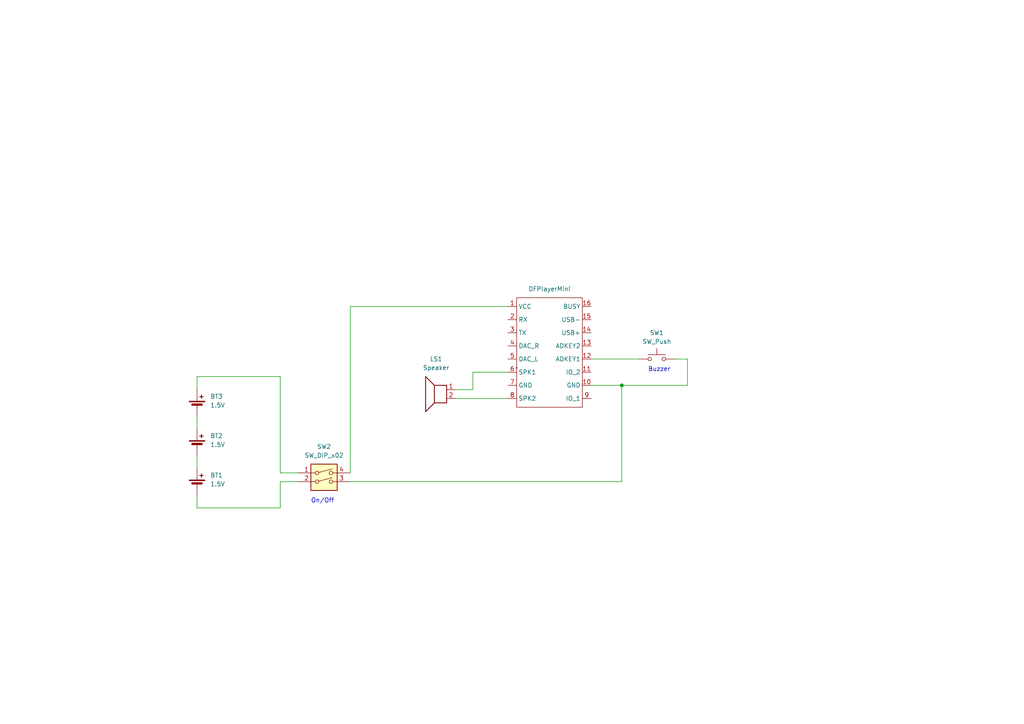
<source format=kicad_sch>
(kicad_sch (version 20230121) (generator eeschema)
  (paper "A4")
  (title_block (title "Buzzer Maus") (date "2025-08-24") (rev "1") (company "Moritz Hauff"))
  (lib_symbols
    (symbol "Device:Battery_Cell" (pin_numbers hide) (pin_names (offset 0) hide)
      (property "Reference" "BT" (at 2.54 2.54 0))
      (property "Value" "Battery_Cell" (at 2.54 0 0))
      (symbol "Battery_Cell_0_1"
        (rectangle (start -2.286 1.778) (end 2.286 1.524) (fill (type outline)))
        (rectangle (start -1.524 1.016) (end 1.524 0.508) (fill (type outline)))
        (polyline (pts (xy 0 0.762) (xy 0 0)))
        (polyline (pts (xy 0 1.778) (xy 0 2.54)))
        (polyline (pts (xy 0.762 3.048) (xy 1.778 3.048)) (stroke (width 0.254)))
        (polyline (pts (xy 1.27 3.556) (xy 1.27 2.54)) (stroke (width 0.254)))
      )
      (symbol "Battery_Cell_1_1"
        (pin passive line (at 0 5.08 270) (length 2.54) (name "+") (number "1"))
        (pin passive line (at 0 -2.54 90) (length 2.54) (name "-") (number "2"))
      )
    )
    (symbol "Device:Speaker" (pin_names (offset 0) hide)
      (property "Reference" "LS" (at 1.27 5.715 0))
      (property "Value" "Speaker" (at 1.27 3.81 0))
      (symbol "Speaker_0_0"
        (rectangle (start -2.54 1.27) (end 1.016 -3.81) (stroke (width 0.254)))
        (polyline (pts (xy 1.016 1.27) (xy 3.556 3.81) (xy 3.556 -6.35) (xy 1.016 -3.81)) (stroke (width 0.254)))
      )
      (symbol "Speaker_1_1"
        (pin input line (at -5.08 0 0) (length 2.54) (name "1") (number "1"))
        (pin input line (at -5.08 -2.54 0) (length 2.54) (name "2") (number "2"))
      )
    )
    (symbol "Switch:SW_DIP_x02" (pin_names (offset 0) hide)
      (property "Reference" "SW" (at 0 6.35 0))
      (property "Value" "SW_DIP_x02" (at 0 -3.81 0))
      (symbol "SW_DIP_x02_0_0"
        (circle (center -2.032 0) (radius 0.508))
        (circle (center -2.032 2.54) (radius 0.508))
        (polyline (pts (xy -1.524 0.127) (xy 2.3622 1.1684)))
        (polyline (pts (xy -1.524 2.667) (xy 2.3622 3.7084)))
        (circle (center 2.032 0) (radius 0.508))
        (circle (center 2.032 2.54) (radius 0.508))
      )
      (symbol "SW_DIP_x02_0_1"
        (rectangle (start -3.81 5.08) (end 3.81 -2.54) (stroke (width 0.254)) (fill (type background)))
      )
      (symbol "SW_DIP_x02_1_1"
        (pin passive line (at -7.62 2.54 0) (length 5.08) (name "~") (number "1"))
        (pin passive line (at -7.62 0 0) (length 5.08) (name "~") (number "2"))
        (pin passive line (at 7.62 0 180) (length 5.08) (name "~") (number "3"))
        (pin passive line (at 7.62 2.54 180) (length 5.08) (name "~") (number "4"))
      )
    )
    (symbol "Switch:SW_Push" (pin_numbers hide) (pin_names (offset 1.016) hide)
      (property "Reference" "SW" (at 1.27 2.54 0))
      (property "Value" "SW_Push" (at 0 -1.524 0))
      (symbol "SW_Push_0_1"
        (circle (center -2.032 0) (radius 0.508))
        (polyline (pts (xy 0 1.27) (xy 0 3.048)))
        (polyline (pts (xy 2.54 1.27) (xy -2.54 1.27)))
        (circle (center 2.032 0) (radius 0.508))
        (pin passive line (at -5.08 0 0) (length 2.54) (name "1") (number "1"))
        (pin passive line (at 5.08 0 180) (length 2.54) (name "2") (number "2"))
      )
    )
    (symbol "dfplayer:DFPlayer_Mini"
      (property "Reference" "U" (at 0 0 0))
      (symbol "DFPlayer_Mini_0_1"
        (rectangle (start -8.89 16.51) (end 10.16 -15.24))
      )
      (symbol "DFPlayer_Mini_1_1"
        (pin power_in line (at -11.43 13.97 0) (length 2.54) (name "VCC") (number "1"))
        (pin passive line (at 12.7 -8.89 180) (length 2.54) (name "GND") (number "10"))
        (pin passive line (at 12.7 -5.08 180) (length 2.54) (name "IO_2") (number "11"))
        (pin passive line (at 12.7 -1.27 180) (length 2.54) (name "ADKEY1") (number "12"))
        (pin passive line (at 12.7 2.54 180) (length 2.54) (name "ADKEY2") (number "13"))
        (pin passive line (at 12.7 6.35 180) (length 2.54) (name "USB+") (number "14"))
        (pin passive line (at 12.7 10.16 180) (length 2.54) (name "USB-") (number "15"))
        (pin passive line (at 12.7 13.97 180) (length 2.54) (name "BUSY") (number "16"))
        (pin passive line (at -11.43 10.16 0) (length 2.54) (name "RX") (number "2"))
        (pin passive line (at -11.43 6.35 0) (length 2.54) (name "TX") (number "3"))
        (pin passive line (at -11.43 2.54 0) (length 2.54) (name "DAC_R") (number "4"))
        (pin passive line (at -11.43 -1.27 0) (length 2.54) (name "DAC_L") (number "5"))
        (pin output line (at -11.43 -5.08 0) (length 2.54) (name "SPK1") (number "6"))
        (pin passive line (at -11.43 -8.89 0) (length 2.54) (name "GND") (number "7"))
        (pin output line (at -11.43 -12.7 0) (length 2.54) (name "SPK2") (number "8"))
        (pin passive line (at 12.7 -12.7 180) (length 2.54) (name "IO_1") (number "9"))
      )
    )
  )
  (junction (at 180.34 111.76))
  (wire (pts (xy 57.15 109.22) (xy 81.28 109.22)))
  (wire (pts (xy 81.28 139.7) (xy 86.36 139.7)))
  (wire (pts (xy 81.28 109.22) (xy 81.28 137.16)))
  (wire (pts (xy 199.39 104.14) (xy 199.39 111.76)))
  (wire (pts (xy 101.6 139.7) (xy 180.34 139.7)))
  (wire (pts (xy 57.15 132.08) (xy 57.15 135.89)))
  (wire (pts (xy 57.15 113.03) (xy 57.15 109.22)))
  (wire (pts (xy 101.6 137.16) (xy 101.6 88.9)))
  (wire (pts (xy 195.58 104.14) (xy 199.39 104.14)))
  (wire (pts (xy 199.39 111.76) (xy 180.34 111.76)))
  (wire (pts (xy 132.08 115.57) (xy 147.32 115.57)))
  (wire (pts (xy 171.45 111.76) (xy 180.34 111.76)))
  (wire (pts (xy 137.16 107.95) (xy 137.16 113.03)))
  (wire (pts (xy 171.45 104.14) (xy 185.42 104.14)))
  (wire (pts (xy 57.15 143.51) (xy 57.15 147.32)))
  (wire (pts (xy 180.34 111.76) (xy 180.34 139.7)))
  (wire (pts (xy 101.6 88.9) (xy 147.32 88.9)))
  (wire (pts (xy 132.08 113.03) (xy 137.16 113.03)))
  (wire (pts (xy 81.28 137.16) (xy 86.36 137.16)))
  (wire (pts (xy 81.28 147.32) (xy 81.28 139.7)))
  (wire (pts (xy 57.15 120.65) (xy 57.15 124.46)))
  (wire (pts (xy 147.32 107.95) (xy 137.16 107.95)))
  (wire (pts (xy 57.15 147.32) (xy 81.28 147.32)))
  (text "Buzzer\n" (at 187.96 107.95 0) (effects (font (size 1.27 1.27)) (justify left bottom)))
  (text "On/Off" (at 90.17 146.05 0) (effects (font (size 1.27 1.27)) (justify left bottom)))
  (symbol (lib_id "dfplayer:DFPlayer_Mini") (at 158.75 102.87 0) (unit 1)
    (property "Reference" "DFPlayerMini" (at 159.385 83.82 0))
    (property "Value" "~" (at 149.86 106.68 0))
  )
  (symbol (lib_id "Switch:SW_Push") (at 190.5 104.14 0) (unit 1)
    (property "Reference" "SW1" (at 190.5 96.52 0))
    (property "Value" "SW_Push" (at 190.5 99.06 0))
  )
  (symbol (lib_id "Device:Battery_Cell") (at 57.15 118.11 0) (unit 1)
    (property "Reference" "BT3" (at 60.96 114.9985 0) (effects (justify left)))
    (property "Value" "1.5V" (at 60.96 117.5385 0) (effects (justify left)))
  )
  (symbol (lib_id "Device:Speaker") (at 127 113.03 0) (mirror y) (unit 1)
    (property "Reference" "LS1" (at 126.492 104.14 0))
    (property "Value" "Speaker" (at 126.492 106.68 0))
  )
  (symbol (lib_id "Device:Battery_Cell") (at 57.15 129.54 0) (unit 1)
    (property "Reference" "BT2" (at 60.96 126.4285 0) (effects (justify left)))
    (property "Value" "1.5V" (at 60.96 128.9685 0) (effects (justify left)))
  )
  (symbol (lib_id "Device:Battery_Cell") (at 57.15 140.97 0) (unit 1)
    (property "Reference" "BT1" (at 60.96 137.8585 0) (effects (justify left)))
    (property "Value" "1.5V" (at 60.96 140.3985 0) (effects (justify left)))
  )
  (symbol (lib_id "Switch:SW_DIP_x02") (at 93.98 139.7 0) (unit 1)
    (property "Reference" "SW2" (at 93.98 129.54 0))
    (property "Value" "SW_DIP_x02" (at 93.98 132.08 0))
  )
)
</source>
